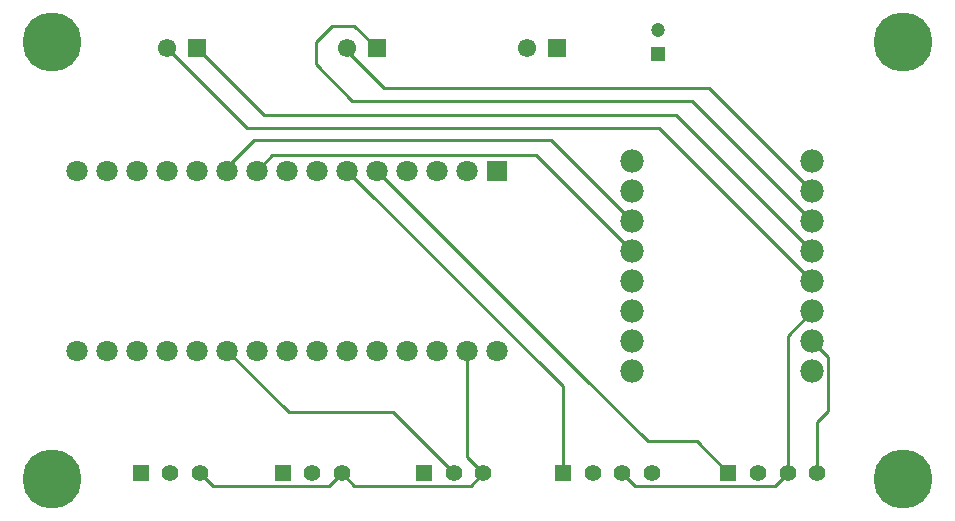
<source format=gbl>
G04*
G04 #@! TF.GenerationSoftware,Altium Limited,Altium Designer,25.0.2 (28)*
G04*
G04 Layer_Physical_Order=2*
G04 Layer_Color=16711680*
%FSLAX44Y44*%
%MOMM*%
G71*
G04*
G04 #@! TF.SameCoordinates,BCD89E3A-21B1-4274-9852-F660C0645C88*
G04*
G04*
G04 #@! TF.FilePolarity,Positive*
G04*
G01*
G75*
%ADD14C,0.2540*%
%ADD16R,1.5500X1.5500*%
%ADD17C,1.5500*%
%ADD20C,1.2000*%
%ADD21R,1.2000X1.2000*%
%ADD23R,1.4000X1.4000*%
%ADD24C,1.4000*%
%ADD25C,1.9800*%
%ADD26R,1.8000X1.8000*%
%ADD27C,1.8000*%
%ADD28C,5.0000*%
D14*
X289750Y402250D02*
X321000Y371000D01*
X595850D01*
X289750Y402250D02*
Y404750D01*
X595850Y371000D02*
X683200Y283650D01*
X581450Y360000D02*
X683200Y258250D01*
X263000Y391000D02*
X294000Y360000D01*
X581450D01*
X295500Y424000D02*
X314750Y404750D01*
X277000Y424000D02*
X295500D01*
X263000Y410000D02*
X277000Y424000D01*
X263000Y391000D02*
Y410000D01*
X219250Y348000D02*
X568050D01*
X162500Y404750D02*
X219250Y348000D01*
X568050D02*
X683200Y232850D01*
X137500Y404750D02*
X205250Y337000D01*
X553650D01*
X683200Y207450D01*
X213600Y301200D02*
X226410Y314010D01*
X449640D01*
X530800Y232850D01*
X462050Y327000D02*
X530800Y258250D01*
X211000Y327000D02*
X462050D01*
X188200Y304200D02*
X211000Y327000D01*
X188200Y301200D02*
Y304200D01*
X662500Y161350D02*
X683200Y182050D01*
X662500Y45250D02*
Y161350D01*
X683200Y156650D02*
X696910Y142940D01*
X687500Y87935D02*
X696910Y97345D01*
X687500Y45250D02*
Y87935D01*
X696910Y97345D02*
Y142940D01*
X488000Y128400D02*
Y128400D01*
X544400Y72000D02*
X585750D01*
X488000Y128400D02*
X544400Y72000D01*
X315200Y301200D02*
X488000Y128400D01*
X289800Y301200D02*
X472500Y118500D01*
Y45250D02*
Y118500D01*
X585750Y72000D02*
X612500Y45250D01*
X274190Y34440D02*
X285000Y45250D01*
X175810Y34440D02*
X274190D01*
X165000Y45250D02*
X175810Y34440D01*
X394190D02*
X405000Y45250D01*
X295810Y34440D02*
X394190D01*
X285000Y45250D02*
X295810Y34440D01*
X533310D02*
X651690D01*
X662500Y45250D01*
X522500D02*
X533310Y34440D01*
X391400Y58850D02*
X405000Y45250D01*
X391400Y58850D02*
Y148800D01*
X240358Y96642D02*
X328608D01*
X380000Y45250D01*
X188200Y148800D02*
X240358Y96642D01*
D16*
X162500Y404750D02*
D03*
X314750D02*
D03*
X467000D02*
D03*
D17*
X137500D02*
D03*
X289750D02*
D03*
X442000D02*
D03*
D20*
X553000Y420000D02*
D03*
D21*
Y400000D02*
D03*
D23*
X612500Y45250D02*
D03*
X472500D02*
D03*
X355000D02*
D03*
X235000D02*
D03*
X115000D02*
D03*
D24*
X637500D02*
D03*
X662500D02*
D03*
X687500D02*
D03*
X497500D02*
D03*
X522500D02*
D03*
X547500D02*
D03*
X405000D02*
D03*
X380000D02*
D03*
X285000D02*
D03*
X260000D02*
D03*
X165000D02*
D03*
X140000D02*
D03*
D25*
X530800Y309050D02*
D03*
Y283650D02*
D03*
Y258250D02*
D03*
Y232850D02*
D03*
Y207450D02*
D03*
Y182050D02*
D03*
Y156650D02*
D03*
Y131250D02*
D03*
X683200D02*
D03*
Y156650D02*
D03*
Y182050D02*
D03*
Y207450D02*
D03*
Y232850D02*
D03*
Y258250D02*
D03*
Y283650D02*
D03*
Y309050D02*
D03*
D26*
X416800Y301200D02*
D03*
D27*
X391400D02*
D03*
X366000D02*
D03*
X340600D02*
D03*
X315200D02*
D03*
X289800D02*
D03*
X264400D02*
D03*
X239000D02*
D03*
X213600D02*
D03*
X188200D02*
D03*
X162800D02*
D03*
X137400D02*
D03*
X112000D02*
D03*
X86600D02*
D03*
X61200D02*
D03*
Y148800D02*
D03*
X86600D02*
D03*
X112000D02*
D03*
X137400D02*
D03*
X162800D02*
D03*
X188200D02*
D03*
X213600D02*
D03*
X239000D02*
D03*
X264400D02*
D03*
X289800D02*
D03*
X315200D02*
D03*
X340600D02*
D03*
X366000D02*
D03*
X391400D02*
D03*
X416800D02*
D03*
D28*
X40000Y40000D02*
D03*
X760000D02*
D03*
Y410000D02*
D03*
X40000D02*
D03*
M02*

</source>
